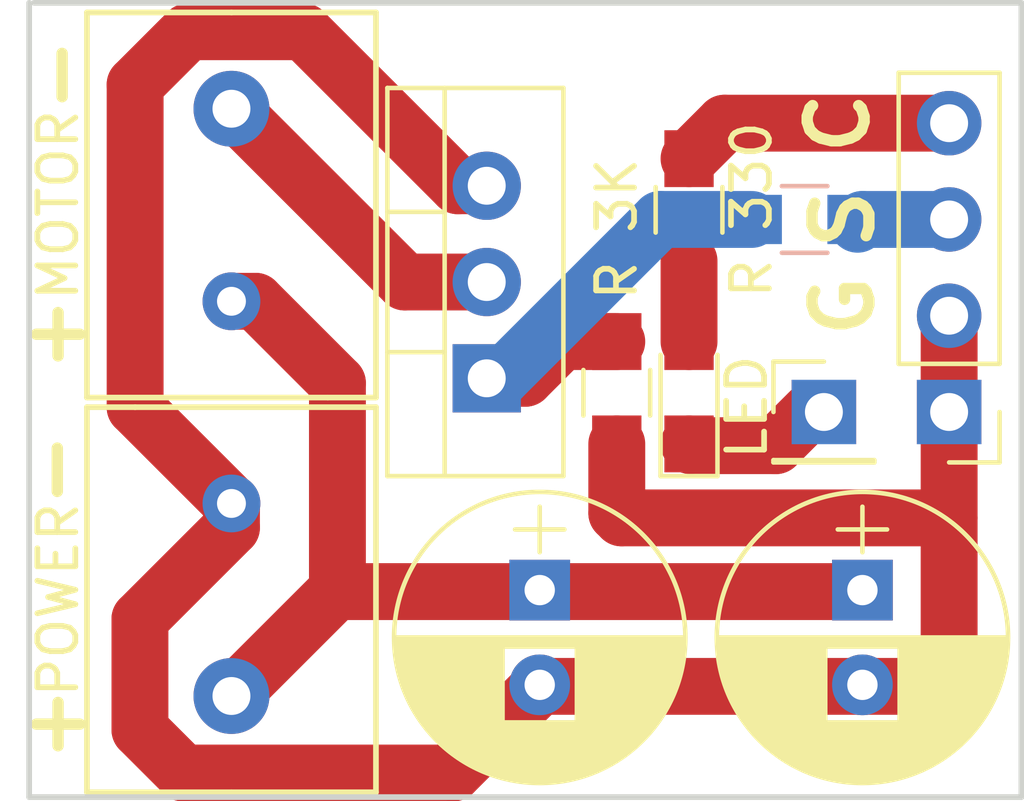
<source format=kicad_pcb>
(kicad_pcb (version 4) (host pcbnew 4.0.6)

  (general
    (links 16)
    (no_connects 0)
    (area 127.705 97.982999 157.92 119.441002)
    (thickness 1.6)
    (drawings 11)
    (tracks 44)
    (zones 0)
    (modules 11)
    (nets 9)
  )

  (page A4)
  (layers
    (0 F.Cu signal)
    (31 B.Cu signal)
    (32 B.Adhes user)
    (33 F.Adhes user)
    (34 B.Paste user)
    (35 F.Paste user)
    (36 B.SilkS user)
    (37 F.SilkS user)
    (38 B.Mask user)
    (39 F.Mask user)
    (40 Dwgs.User user)
    (41 Cmts.User user)
    (42 Eco1.User user)
    (43 Eco2.User user)
    (44 Edge.Cuts user)
    (45 Margin user)
    (46 B.CrtYd user)
    (47 F.CrtYd user)
    (48 B.Fab user)
    (49 F.Fab user)
  )

  (setup
    (last_trace_width 1.5)
    (trace_clearance 0.2)
    (zone_clearance 0.508)
    (zone_45_only yes)
    (trace_min 1.5)
    (segment_width 0.2)
    (edge_width 0.15)
    (via_size 0.6)
    (via_drill 0.4)
    (via_min_size 0.4)
    (via_min_drill 0.3)
    (uvia_size 0.3)
    (uvia_drill 0.1)
    (uvias_allowed no)
    (uvia_min_size 0.2)
    (uvia_min_drill 0.1)
    (pcb_text_width 0.3)
    (pcb_text_size 1.5 1.5)
    (mod_edge_width 0.15)
    (mod_text_size 1 1)
    (mod_text_width 0.15)
    (pad_size 1.524 1.524)
    (pad_drill 0.762)
    (pad_to_mask_clearance 0.2)
    (aux_axis_origin 0 0)
    (visible_elements 7FFFFFFF)
    (pcbplotparams
      (layerselection 0x3103c_80000001)
      (usegerberextensions false)
      (excludeedgelayer true)
      (linewidth 0.100000)
      (plotframeref false)
      (viasonmask false)
      (mode 1)
      (useauxorigin false)
      (hpglpennumber 1)
      (hpglpenspeed 20)
      (hpglpendiameter 15)
      (hpglpenoverlay 2)
      (psnegative false)
      (psa4output false)
      (plotreference true)
      (plotvalue true)
      (plotinvisibletext false)
      (padsonsilk false)
      (subtractmaskfromsilk false)
      (outputformat 1)
      (mirror false)
      (drillshape 0)
      (scaleselection 1)
      (outputdirectory ""))
  )

  (net 0 "")
  (net 1 GND)
  (net 2 +12V)
  (net 3 "Net-(D1-Pad1)")
  (net 4 "Net-(D1-Pad2)")
  (net 5 "Net-(J2-Pad4)")
  (net 6 "Net-(J4-Pad1)")
  (net 7 "Net-(D2-Pad1)")
  (net 8 "Net-(D2-Pad2)")

  (net_class Default "This is the default net class."
    (clearance 0.2)
    (trace_width 1.5)
    (via_dia 0.6)
    (via_drill 0.4)
    (uvia_dia 0.3)
    (uvia_drill 0.1)
    (add_net +12V)
    (add_net GND)
    (add_net "Net-(D1-Pad1)")
    (add_net "Net-(D1-Pad2)")
    (add_net "Net-(D2-Pad1)")
    (add_net "Net-(D2-Pad2)")
    (add_net "Net-(J2-Pad4)")
    (add_net "Net-(J4-Pad1)")
  )

  (module Capacitors_THT:CP_Radial_D7.5mm_P2.50mm (layer F.Cu) (tedit 5A2D93F2) (tstamp 5A2D8572)
    (at 150.241 113.665 270)
    (descr "CP, Radial series, Radial, pin pitch=2.50mm, , diameter=7.5mm, Electrolytic Capacitor")
    (tags "CP Radial series Radial pin pitch 2.50mm  diameter 7.5mm Electrolytic Capacitor")
    (path /5A2C01FF)
    (fp_text reference C1 (at 1.25 -5.06 270) (layer F.SilkS) hide
      (effects (font (size 1 1) (thickness 0.15)))
    )
    (fp_text value C (at 1.25 5.06 270) (layer F.Fab) hide
      (effects (font (size 1 1) (thickness 0.15)))
    )
    (fp_circle (center 1.25 0) (end 5 0) (layer F.Fab) (width 0.1))
    (fp_circle (center 1.25 0) (end 5.09 0) (layer F.SilkS) (width 0.12))
    (fp_line (start -2.2 0) (end -1 0) (layer F.Fab) (width 0.1))
    (fp_line (start -1.6 -0.65) (end -1.6 0.65) (layer F.Fab) (width 0.1))
    (fp_line (start 1.25 -3.8) (end 1.25 3.8) (layer F.SilkS) (width 0.12))
    (fp_line (start 1.29 -3.8) (end 1.29 3.8) (layer F.SilkS) (width 0.12))
    (fp_line (start 1.33 -3.8) (end 1.33 3.8) (layer F.SilkS) (width 0.12))
    (fp_line (start 1.37 -3.799) (end 1.37 3.799) (layer F.SilkS) (width 0.12))
    (fp_line (start 1.41 -3.797) (end 1.41 3.797) (layer F.SilkS) (width 0.12))
    (fp_line (start 1.45 -3.795) (end 1.45 3.795) (layer F.SilkS) (width 0.12))
    (fp_line (start 1.49 -3.793) (end 1.49 3.793) (layer F.SilkS) (width 0.12))
    (fp_line (start 1.53 -3.79) (end 1.53 -0.98) (layer F.SilkS) (width 0.12))
    (fp_line (start 1.53 0.98) (end 1.53 3.79) (layer F.SilkS) (width 0.12))
    (fp_line (start 1.57 -3.787) (end 1.57 -0.98) (layer F.SilkS) (width 0.12))
    (fp_line (start 1.57 0.98) (end 1.57 3.787) (layer F.SilkS) (width 0.12))
    (fp_line (start 1.61 -3.784) (end 1.61 -0.98) (layer F.SilkS) (width 0.12))
    (fp_line (start 1.61 0.98) (end 1.61 3.784) (layer F.SilkS) (width 0.12))
    (fp_line (start 1.65 -3.78) (end 1.65 -0.98) (layer F.SilkS) (width 0.12))
    (fp_line (start 1.65 0.98) (end 1.65 3.78) (layer F.SilkS) (width 0.12))
    (fp_line (start 1.69 -3.775) (end 1.69 -0.98) (layer F.SilkS) (width 0.12))
    (fp_line (start 1.69 0.98) (end 1.69 3.775) (layer F.SilkS) (width 0.12))
    (fp_line (start 1.73 -3.77) (end 1.73 -0.98) (layer F.SilkS) (width 0.12))
    (fp_line (start 1.73 0.98) (end 1.73 3.77) (layer F.SilkS) (width 0.12))
    (fp_line (start 1.77 -3.765) (end 1.77 -0.98) (layer F.SilkS) (width 0.12))
    (fp_line (start 1.77 0.98) (end 1.77 3.765) (layer F.SilkS) (width 0.12))
    (fp_line (start 1.81 -3.759) (end 1.81 -0.98) (layer F.SilkS) (width 0.12))
    (fp_line (start 1.81 0.98) (end 1.81 3.759) (layer F.SilkS) (width 0.12))
    (fp_line (start 1.85 -3.753) (end 1.85 -0.98) (layer F.SilkS) (width 0.12))
    (fp_line (start 1.85 0.98) (end 1.85 3.753) (layer F.SilkS) (width 0.12))
    (fp_line (start 1.89 -3.747) (end 1.89 -0.98) (layer F.SilkS) (width 0.12))
    (fp_line (start 1.89 0.98) (end 1.89 3.747) (layer F.SilkS) (width 0.12))
    (fp_line (start 1.93 -3.74) (end 1.93 -0.98) (layer F.SilkS) (width 0.12))
    (fp_line (start 1.93 0.98) (end 1.93 3.74) (layer F.SilkS) (width 0.12))
    (fp_line (start 1.971 -3.732) (end 1.971 -0.98) (layer F.SilkS) (width 0.12))
    (fp_line (start 1.971 0.98) (end 1.971 3.732) (layer F.SilkS) (width 0.12))
    (fp_line (start 2.011 -3.725) (end 2.011 -0.98) (layer F.SilkS) (width 0.12))
    (fp_line (start 2.011 0.98) (end 2.011 3.725) (layer F.SilkS) (width 0.12))
    (fp_line (start 2.051 -3.716) (end 2.051 -0.98) (layer F.SilkS) (width 0.12))
    (fp_line (start 2.051 0.98) (end 2.051 3.716) (layer F.SilkS) (width 0.12))
    (fp_line (start 2.091 -3.707) (end 2.091 -0.98) (layer F.SilkS) (width 0.12))
    (fp_line (start 2.091 0.98) (end 2.091 3.707) (layer F.SilkS) (width 0.12))
    (fp_line (start 2.131 -3.698) (end 2.131 -0.98) (layer F.SilkS) (width 0.12))
    (fp_line (start 2.131 0.98) (end 2.131 3.698) (layer F.SilkS) (width 0.12))
    (fp_line (start 2.171 -3.689) (end 2.171 -0.98) (layer F.SilkS) (width 0.12))
    (fp_line (start 2.171 0.98) (end 2.171 3.689) (layer F.SilkS) (width 0.12))
    (fp_line (start 2.211 -3.679) (end 2.211 -0.98) (layer F.SilkS) (width 0.12))
    (fp_line (start 2.211 0.98) (end 2.211 3.679) (layer F.SilkS) (width 0.12))
    (fp_line (start 2.251 -3.668) (end 2.251 -0.98) (layer F.SilkS) (width 0.12))
    (fp_line (start 2.251 0.98) (end 2.251 3.668) (layer F.SilkS) (width 0.12))
    (fp_line (start 2.291 -3.657) (end 2.291 -0.98) (layer F.SilkS) (width 0.12))
    (fp_line (start 2.291 0.98) (end 2.291 3.657) (layer F.SilkS) (width 0.12))
    (fp_line (start 2.331 -3.645) (end 2.331 -0.98) (layer F.SilkS) (width 0.12))
    (fp_line (start 2.331 0.98) (end 2.331 3.645) (layer F.SilkS) (width 0.12))
    (fp_line (start 2.371 -3.634) (end 2.371 -0.98) (layer F.SilkS) (width 0.12))
    (fp_line (start 2.371 0.98) (end 2.371 3.634) (layer F.SilkS) (width 0.12))
    (fp_line (start 2.411 -3.621) (end 2.411 -0.98) (layer F.SilkS) (width 0.12))
    (fp_line (start 2.411 0.98) (end 2.411 3.621) (layer F.SilkS) (width 0.12))
    (fp_line (start 2.451 -3.608) (end 2.451 -0.98) (layer F.SilkS) (width 0.12))
    (fp_line (start 2.451 0.98) (end 2.451 3.608) (layer F.SilkS) (width 0.12))
    (fp_line (start 2.491 -3.595) (end 2.491 -0.98) (layer F.SilkS) (width 0.12))
    (fp_line (start 2.491 0.98) (end 2.491 3.595) (layer F.SilkS) (width 0.12))
    (fp_line (start 2.531 -3.581) (end 2.531 -0.98) (layer F.SilkS) (width 0.12))
    (fp_line (start 2.531 0.98) (end 2.531 3.581) (layer F.SilkS) (width 0.12))
    (fp_line (start 2.571 -3.566) (end 2.571 -0.98) (layer F.SilkS) (width 0.12))
    (fp_line (start 2.571 0.98) (end 2.571 3.566) (layer F.SilkS) (width 0.12))
    (fp_line (start 2.611 -3.552) (end 2.611 -0.98) (layer F.SilkS) (width 0.12))
    (fp_line (start 2.611 0.98) (end 2.611 3.552) (layer F.SilkS) (width 0.12))
    (fp_line (start 2.651 -3.536) (end 2.651 -0.98) (layer F.SilkS) (width 0.12))
    (fp_line (start 2.651 0.98) (end 2.651 3.536) (layer F.SilkS) (width 0.12))
    (fp_line (start 2.691 -3.52) (end 2.691 -0.98) (layer F.SilkS) (width 0.12))
    (fp_line (start 2.691 0.98) (end 2.691 3.52) (layer F.SilkS) (width 0.12))
    (fp_line (start 2.731 -3.504) (end 2.731 -0.98) (layer F.SilkS) (width 0.12))
    (fp_line (start 2.731 0.98) (end 2.731 3.504) (layer F.SilkS) (width 0.12))
    (fp_line (start 2.771 -3.487) (end 2.771 -0.98) (layer F.SilkS) (width 0.12))
    (fp_line (start 2.771 0.98) (end 2.771 3.487) (layer F.SilkS) (width 0.12))
    (fp_line (start 2.811 -3.469) (end 2.811 -0.98) (layer F.SilkS) (width 0.12))
    (fp_line (start 2.811 0.98) (end 2.811 3.469) (layer F.SilkS) (width 0.12))
    (fp_line (start 2.851 -3.451) (end 2.851 -0.98) (layer F.SilkS) (width 0.12))
    (fp_line (start 2.851 0.98) (end 2.851 3.451) (layer F.SilkS) (width 0.12))
    (fp_line (start 2.891 -3.433) (end 2.891 -0.98) (layer F.SilkS) (width 0.12))
    (fp_line (start 2.891 0.98) (end 2.891 3.433) (layer F.SilkS) (width 0.12))
    (fp_line (start 2.931 -3.413) (end 2.931 -0.98) (layer F.SilkS) (width 0.12))
    (fp_line (start 2.931 0.98) (end 2.931 3.413) (layer F.SilkS) (width 0.12))
    (fp_line (start 2.971 -3.394) (end 2.971 -0.98) (layer F.SilkS) (width 0.12))
    (fp_line (start 2.971 0.98) (end 2.971 3.394) (layer F.SilkS) (width 0.12))
    (fp_line (start 3.011 -3.373) (end 3.011 -0.98) (layer F.SilkS) (width 0.12))
    (fp_line (start 3.011 0.98) (end 3.011 3.373) (layer F.SilkS) (width 0.12))
    (fp_line (start 3.051 -3.352) (end 3.051 -0.98) (layer F.SilkS) (width 0.12))
    (fp_line (start 3.051 0.98) (end 3.051 3.352) (layer F.SilkS) (width 0.12))
    (fp_line (start 3.091 -3.331) (end 3.091 -0.98) (layer F.SilkS) (width 0.12))
    (fp_line (start 3.091 0.98) (end 3.091 3.331) (layer F.SilkS) (width 0.12))
    (fp_line (start 3.131 -3.309) (end 3.131 -0.98) (layer F.SilkS) (width 0.12))
    (fp_line (start 3.131 0.98) (end 3.131 3.309) (layer F.SilkS) (width 0.12))
    (fp_line (start 3.171 -3.286) (end 3.171 -0.98) (layer F.SilkS) (width 0.12))
    (fp_line (start 3.171 0.98) (end 3.171 3.286) (layer F.SilkS) (width 0.12))
    (fp_line (start 3.211 -3.263) (end 3.211 -0.98) (layer F.SilkS) (width 0.12))
    (fp_line (start 3.211 0.98) (end 3.211 3.263) (layer F.SilkS) (width 0.12))
    (fp_line (start 3.251 -3.239) (end 3.251 -0.98) (layer F.SilkS) (width 0.12))
    (fp_line (start 3.251 0.98) (end 3.251 3.239) (layer F.SilkS) (width 0.12))
    (fp_line (start 3.291 -3.214) (end 3.291 -0.98) (layer F.SilkS) (width 0.12))
    (fp_line (start 3.291 0.98) (end 3.291 3.214) (layer F.SilkS) (width 0.12))
    (fp_line (start 3.331 -3.188) (end 3.331 -0.98) (layer F.SilkS) (width 0.12))
    (fp_line (start 3.331 0.98) (end 3.331 3.188) (layer F.SilkS) (width 0.12))
    (fp_line (start 3.371 -3.162) (end 3.371 -0.98) (layer F.SilkS) (width 0.12))
    (fp_line (start 3.371 0.98) (end 3.371 3.162) (layer F.SilkS) (width 0.12))
    (fp_line (start 3.411 -3.135) (end 3.411 -0.98) (layer F.SilkS) (width 0.12))
    (fp_line (start 3.411 0.98) (end 3.411 3.135) (layer F.SilkS) (width 0.12))
    (fp_line (start 3.451 -3.108) (end 3.451 -0.98) (layer F.SilkS) (width 0.12))
    (fp_line (start 3.451 0.98) (end 3.451 3.108) (layer F.SilkS) (width 0.12))
    (fp_line (start 3.491 -3.079) (end 3.491 3.079) (layer F.SilkS) (width 0.12))
    (fp_line (start 3.531 -3.05) (end 3.531 3.05) (layer F.SilkS) (width 0.12))
    (fp_line (start 3.571 -3.02) (end 3.571 3.02) (layer F.SilkS) (width 0.12))
    (fp_line (start 3.611 -2.99) (end 3.611 2.99) (layer F.SilkS) (width 0.12))
    (fp_line (start 3.651 -2.958) (end 3.651 2.958) (layer F.SilkS) (width 0.12))
    (fp_line (start 3.691 -2.926) (end 3.691 2.926) (layer F.SilkS) (width 0.12))
    (fp_line (start 3.731 -2.892) (end 3.731 2.892) (layer F.SilkS) (width 0.12))
    (fp_line (start 3.771 -2.858) (end 3.771 2.858) (layer F.SilkS) (width 0.12))
    (fp_line (start 3.811 -2.823) (end 3.811 2.823) (layer F.SilkS) (width 0.12))
    (fp_line (start 3.851 -2.786) (end 3.851 2.786) (layer F.SilkS) (width 0.12))
    (fp_line (start 3.891 -2.749) (end 3.891 2.749) (layer F.SilkS) (width 0.12))
    (fp_line (start 3.931 -2.711) (end 3.931 2.711) (layer F.SilkS) (width 0.12))
    (fp_line (start 3.971 -2.671) (end 3.971 2.671) (layer F.SilkS) (width 0.12))
    (fp_line (start 4.011 -2.63) (end 4.011 2.63) (layer F.SilkS) (width 0.12))
    (fp_line (start 4.051 -2.588) (end 4.051 2.588) (layer F.SilkS) (width 0.12))
    (fp_line (start 4.091 -2.545) (end 4.091 2.545) (layer F.SilkS) (width 0.12))
    (fp_line (start 4.131 -2.5) (end 4.131 2.5) (layer F.SilkS) (width 0.12))
    (fp_line (start 4.171 -2.454) (end 4.171 2.454) (layer F.SilkS) (width 0.12))
    (fp_line (start 4.211 -2.407) (end 4.211 2.407) (layer F.SilkS) (width 0.12))
    (fp_line (start 4.251 -2.357) (end 4.251 2.357) (layer F.SilkS) (width 0.12))
    (fp_line (start 4.291 -2.307) (end 4.291 2.307) (layer F.SilkS) (width 0.12))
    (fp_line (start 4.331 -2.254) (end 4.331 2.254) (layer F.SilkS) (width 0.12))
    (fp_line (start 4.371 -2.199) (end 4.371 2.199) (layer F.SilkS) (width 0.12))
    (fp_line (start 4.411 -2.142) (end 4.411 2.142) (layer F.SilkS) (width 0.12))
    (fp_line (start 4.451 -2.083) (end 4.451 2.083) (layer F.SilkS) (width 0.12))
    (fp_line (start 4.491 -2.022) (end 4.491 2.022) (layer F.SilkS) (width 0.12))
    (fp_line (start 4.531 -1.957) (end 4.531 1.957) (layer F.SilkS) (width 0.12))
    (fp_line (start 4.571 -1.89) (end 4.571 1.89) (layer F.SilkS) (width 0.12))
    (fp_line (start 4.611 -1.82) (end 4.611 1.82) (layer F.SilkS) (width 0.12))
    (fp_line (start 4.651 -1.745) (end 4.651 1.745) (layer F.SilkS) (width 0.12))
    (fp_line (start 4.691 -1.667) (end 4.691 1.667) (layer F.SilkS) (width 0.12))
    (fp_line (start 4.731 -1.584) (end 4.731 1.584) (layer F.SilkS) (width 0.12))
    (fp_line (start 4.771 -1.495) (end 4.771 1.495) (layer F.SilkS) (width 0.12))
    (fp_line (start 4.811 -1.4) (end 4.811 1.4) (layer F.SilkS) (width 0.12))
    (fp_line (start 4.851 -1.297) (end 4.851 1.297) (layer F.SilkS) (width 0.12))
    (fp_line (start 4.891 -1.184) (end 4.891 1.184) (layer F.SilkS) (width 0.12))
    (fp_line (start 4.931 -1.057) (end 4.931 1.057) (layer F.SilkS) (width 0.12))
    (fp_line (start 4.971 -0.913) (end 4.971 0.913) (layer F.SilkS) (width 0.12))
    (fp_line (start 5.011 -0.74) (end 5.011 0.74) (layer F.SilkS) (width 0.12))
    (fp_line (start 5.051 -0.513) (end 5.051 0.513) (layer F.SilkS) (width 0.12))
    (fp_line (start -2.2 0) (end -1 0) (layer F.SilkS) (width 0.12))
    (fp_line (start -1.6 -0.65) (end -1.6 0.65) (layer F.SilkS) (width 0.12))
    (fp_line (start -2.85 -4.1) (end -2.85 4.1) (layer F.CrtYd) (width 0.05))
    (fp_line (start -2.85 4.1) (end 5.35 4.1) (layer F.CrtYd) (width 0.05))
    (fp_line (start 5.35 4.1) (end 5.35 -4.1) (layer F.CrtYd) (width 0.05))
    (fp_line (start 5.35 -4.1) (end -2.85 -4.1) (layer F.CrtYd) (width 0.05))
    (fp_text user %R (at 1.25 0 270) (layer F.Fab) hide
      (effects (font (size 1 1) (thickness 0.15)))
    )
    (pad 1 thru_hole rect (at 0 0 270) (size 1.6 1.6) (drill 0.8) (layers *.Cu *.Mask)
      (net 2 +12V))
    (pad 2 thru_hole circle (at 2.5 0 270) (size 1.6 1.6) (drill 0.8) (layers *.Cu *.Mask)
      (net 1 GND))
    (model ${KISYS3DMOD}/Capacitors_THT.3dshapes/CP_Radial_D7.5mm_P2.50mm.wrl
      (at (xyz 0 0 0))
      (scale (xyz 1 1 1))
      (rotate (xyz 0 0 0))
    )
  )

  (module Capacitors_THT:CP_Radial_D7.5mm_P2.50mm (layer F.Cu) (tedit 5A2D93F6) (tstamp 5A2D8614)
    (at 141.732 113.665 270)
    (descr "CP, Radial series, Radial, pin pitch=2.50mm, , diameter=7.5mm, Electrolytic Capacitor")
    (tags "CP Radial series Radial pin pitch 2.50mm  diameter 7.5mm Electrolytic Capacitor")
    (path /5A2C01AD)
    (fp_text reference C2 (at 1.25 -5.06 270) (layer F.SilkS) hide
      (effects (font (size 1 1) (thickness 0.15)))
    )
    (fp_text value C (at 1.25 5.06 270) (layer F.Fab) hide
      (effects (font (size 1 1) (thickness 0.15)))
    )
    (fp_circle (center 1.25 0) (end 5 0) (layer F.Fab) (width 0.1))
    (fp_circle (center 1.25 0) (end 5.09 0) (layer F.SilkS) (width 0.12))
    (fp_line (start -2.2 0) (end -1 0) (layer F.Fab) (width 0.1))
    (fp_line (start -1.6 -0.65) (end -1.6 0.65) (layer F.Fab) (width 0.1))
    (fp_line (start 1.25 -3.8) (end 1.25 3.8) (layer F.SilkS) (width 0.12))
    (fp_line (start 1.29 -3.8) (end 1.29 3.8) (layer F.SilkS) (width 0.12))
    (fp_line (start 1.33 -3.8) (end 1.33 3.8) (layer F.SilkS) (width 0.12))
    (fp_line (start 1.37 -3.799) (end 1.37 3.799) (layer F.SilkS) (width 0.12))
    (fp_line (start 1.41 -3.797) (end 1.41 3.797) (layer F.SilkS) (width 0.12))
    (fp_line (start 1.45 -3.795) (end 1.45 3.795) (layer F.SilkS) (width 0.12))
    (fp_line (start 1.49 -3.793) (end 1.49 3.793) (layer F.SilkS) (width 0.12))
    (fp_line (start 1.53 -3.79) (end 1.53 -0.98) (layer F.SilkS) (width 0.12))
    (fp_line (start 1.53 0.98) (end 1.53 3.79) (layer F.SilkS) (width 0.12))
    (fp_line (start 1.57 -3.787) (end 1.57 -0.98) (layer F.SilkS) (width 0.12))
    (fp_line (start 1.57 0.98) (end 1.57 3.787) (layer F.SilkS) (width 0.12))
    (fp_line (start 1.61 -3.784) (end 1.61 -0.98) (layer F.SilkS) (width 0.12))
    (fp_line (start 1.61 0.98) (end 1.61 3.784) (layer F.SilkS) (width 0.12))
    (fp_line (start 1.65 -3.78) (end 1.65 -0.98) (layer F.SilkS) (width 0.12))
    (fp_line (start 1.65 0.98) (end 1.65 3.78) (layer F.SilkS) (width 0.12))
    (fp_line (start 1.69 -3.775) (end 1.69 -0.98) (layer F.SilkS) (width 0.12))
    (fp_line (start 1.69 0.98) (end 1.69 3.775) (layer F.SilkS) (width 0.12))
    (fp_line (start 1.73 -3.77) (end 1.73 -0.98) (layer F.SilkS) (width 0.12))
    (fp_line (start 1.73 0.98) (end 1.73 3.77) (layer F.SilkS) (width 0.12))
    (fp_line (start 1.77 -3.765) (end 1.77 -0.98) (layer F.SilkS) (width 0.12))
    (fp_line (start 1.77 0.98) (end 1.77 3.765) (layer F.SilkS) (width 0.12))
    (fp_line (start 1.81 -3.759) (end 1.81 -0.98) (layer F.SilkS) (width 0.12))
    (fp_line (start 1.81 0.98) (end 1.81 3.759) (layer F.SilkS) (width 0.12))
    (fp_line (start 1.85 -3.753) (end 1.85 -0.98) (layer F.SilkS) (width 0.12))
    (fp_line (start 1.85 0.98) (end 1.85 3.753) (layer F.SilkS) (width 0.12))
    (fp_line (start 1.89 -3.747) (end 1.89 -0.98) (layer F.SilkS) (width 0.12))
    (fp_line (start 1.89 0.98) (end 1.89 3.747) (layer F.SilkS) (width 0.12))
    (fp_line (start 1.93 -3.74) (end 1.93 -0.98) (layer F.SilkS) (width 0.12))
    (fp_line (start 1.93 0.98) (end 1.93 3.74) (layer F.SilkS) (width 0.12))
    (fp_line (start 1.971 -3.732) (end 1.971 -0.98) (layer F.SilkS) (width 0.12))
    (fp_line (start 1.971 0.98) (end 1.971 3.732) (layer F.SilkS) (width 0.12))
    (fp_line (start 2.011 -3.725) (end 2.011 -0.98) (layer F.SilkS) (width 0.12))
    (fp_line (start 2.011 0.98) (end 2.011 3.725) (layer F.SilkS) (width 0.12))
    (fp_line (start 2.051 -3.716) (end 2.051 -0.98) (layer F.SilkS) (width 0.12))
    (fp_line (start 2.051 0.98) (end 2.051 3.716) (layer F.SilkS) (width 0.12))
    (fp_line (start 2.091 -3.707) (end 2.091 -0.98) (layer F.SilkS) (width 0.12))
    (fp_line (start 2.091 0.98) (end 2.091 3.707) (layer F.SilkS) (width 0.12))
    (fp_line (start 2.131 -3.698) (end 2.131 -0.98) (layer F.SilkS) (width 0.12))
    (fp_line (start 2.131 0.98) (end 2.131 3.698) (layer F.SilkS) (width 0.12))
    (fp_line (start 2.171 -3.689) (end 2.171 -0.98) (layer F.SilkS) (width 0.12))
    (fp_line (start 2.171 0.98) (end 2.171 3.689) (layer F.SilkS) (width 0.12))
    (fp_line (start 2.211 -3.679) (end 2.211 -0.98) (layer F.SilkS) (width 0.12))
    (fp_line (start 2.211 0.98) (end 2.211 3.679) (layer F.SilkS) (width 0.12))
    (fp_line (start 2.251 -3.668) (end 2.251 -0.98) (layer F.SilkS) (width 0.12))
    (fp_line (start 2.251 0.98) (end 2.251 3.668) (layer F.SilkS) (width 0.12))
    (fp_line (start 2.291 -3.657) (end 2.291 -0.98) (layer F.SilkS) (width 0.12))
    (fp_line (start 2.291 0.98) (end 2.291 3.657) (layer F.SilkS) (width 0.12))
    (fp_line (start 2.331 -3.645) (end 2.331 -0.98) (layer F.SilkS) (width 0.12))
    (fp_line (start 2.331 0.98) (end 2.331 3.645) (layer F.SilkS) (width 0.12))
    (fp_line (start 2.371 -3.634) (end 2.371 -0.98) (layer F.SilkS) (width 0.12))
    (fp_line (start 2.371 0.98) (end 2.371 3.634) (layer F.SilkS) (width 0.12))
    (fp_line (start 2.411 -3.621) (end 2.411 -0.98) (layer F.SilkS) (width 0.12))
    (fp_line (start 2.411 0.98) (end 2.411 3.621) (layer F.SilkS) (width 0.12))
    (fp_line (start 2.451 -3.608) (end 2.451 -0.98) (layer F.SilkS) (width 0.12))
    (fp_line (start 2.451 0.98) (end 2.451 3.608) (layer F.SilkS) (width 0.12))
    (fp_line (start 2.491 -3.595) (end 2.491 -0.98) (layer F.SilkS) (width 0.12))
    (fp_line (start 2.491 0.98) (end 2.491 3.595) (layer F.SilkS) (width 0.12))
    (fp_line (start 2.531 -3.581) (end 2.531 -0.98) (layer F.SilkS) (width 0.12))
    (fp_line (start 2.531 0.98) (end 2.531 3.581) (layer F.SilkS) (width 0.12))
    (fp_line (start 2.571 -3.566) (end 2.571 -0.98) (layer F.SilkS) (width 0.12))
    (fp_line (start 2.571 0.98) (end 2.571 3.566) (layer F.SilkS) (width 0.12))
    (fp_line (start 2.611 -3.552) (end 2.611 -0.98) (layer F.SilkS) (width 0.12))
    (fp_line (start 2.611 0.98) (end 2.611 3.552) (layer F.SilkS) (width 0.12))
    (fp_line (start 2.651 -3.536) (end 2.651 -0.98) (layer F.SilkS) (width 0.12))
    (fp_line (start 2.651 0.98) (end 2.651 3.536) (layer F.SilkS) (width 0.12))
    (fp_line (start 2.691 -3.52) (end 2.691 -0.98) (layer F.SilkS) (width 0.12))
    (fp_line (start 2.691 0.98) (end 2.691 3.52) (layer F.SilkS) (width 0.12))
    (fp_line (start 2.731 -3.504) (end 2.731 -0.98) (layer F.SilkS) (width 0.12))
    (fp_line (start 2.731 0.98) (end 2.731 3.504) (layer F.SilkS) (width 0.12))
    (fp_line (start 2.771 -3.487) (end 2.771 -0.98) (layer F.SilkS) (width 0.12))
    (fp_line (start 2.771 0.98) (end 2.771 3.487) (layer F.SilkS) (width 0.12))
    (fp_line (start 2.811 -3.469) (end 2.811 -0.98) (layer F.SilkS) (width 0.12))
    (fp_line (start 2.811 0.98) (end 2.811 3.469) (layer F.SilkS) (width 0.12))
    (fp_line (start 2.851 -3.451) (end 2.851 -0.98) (layer F.SilkS) (width 0.12))
    (fp_line (start 2.851 0.98) (end 2.851 3.451) (layer F.SilkS) (width 0.12))
    (fp_line (start 2.891 -3.433) (end 2.891 -0.98) (layer F.SilkS) (width 0.12))
    (fp_line (start 2.891 0.98) (end 2.891 3.433) (layer F.SilkS) (width 0.12))
    (fp_line (start 2.931 -3.413) (end 2.931 -0.98) (layer F.SilkS) (width 0.12))
    (fp_line (start 2.931 0.98) (end 2.931 3.413) (layer F.SilkS) (width 0.12))
    (fp_line (start 2.971 -3.394) (end 2.971 -0.98) (layer F.SilkS) (width 0.12))
    (fp_line (start 2.971 0.98) (end 2.971 3.394) (layer F.SilkS) (width 0.12))
    (fp_line (start 3.011 -3.373) (end 3.011 -0.98) (layer F.SilkS) (width 0.12))
    (fp_line (start 3.011 0.98) (end 3.011 3.373) (layer F.SilkS) (width 0.12))
    (fp_line (start 3.051 -3.352) (end 3.051 -0.98) (layer F.SilkS) (width 0.12))
    (fp_line (start 3.051 0.98) (end 3.051 3.352) (layer F.SilkS) (width 0.12))
    (fp_line (start 3.091 -3.331) (end 3.091 -0.98) (layer F.SilkS) (width 0.12))
    (fp_line (start 3.091 0.98) (end 3.091 3.331) (layer F.SilkS) (width 0.12))
    (fp_line (start 3.131 -3.309) (end 3.131 -0.98) (layer F.SilkS) (width 0.12))
    (fp_line (start 3.131 0.98) (end 3.131 3.309) (layer F.SilkS) (width 0.12))
    (fp_line (start 3.171 -3.286) (end 3.171 -0.98) (layer F.SilkS) (width 0.12))
    (fp_line (start 3.171 0.98) (end 3.171 3.286) (layer F.SilkS) (width 0.12))
    (fp_line (start 3.211 -3.263) (end 3.211 -0.98) (layer F.SilkS) (width 0.12))
    (fp_line (start 3.211 0.98) (end 3.211 3.263) (layer F.SilkS) (width 0.12))
    (fp_line (start 3.251 -3.239) (end 3.251 -0.98) (layer F.SilkS) (width 0.12))
    (fp_line (start 3.251 0.98) (end 3.251 3.239) (layer F.SilkS) (width 0.12))
    (fp_line (start 3.291 -3.214) (end 3.291 -0.98) (layer F.SilkS) (width 0.12))
    (fp_line (start 3.291 0.98) (end 3.291 3.214) (layer F.SilkS) (width 0.12))
    (fp_line (start 3.331 -3.188) (end 3.331 -0.98) (layer F.SilkS) (width 0.12))
    (fp_line (start 3.331 0.98) (end 3.331 3.188) (layer F.SilkS) (width 0.12))
    (fp_line (start 3.371 -3.162) (end 3.371 -0.98) (layer F.SilkS) (width 0.12))
    (fp_line (start 3.371 0.98) (end 3.371 3.162) (layer F.SilkS) (width 0.12))
    (fp_line (start 3.411 -3.135) (end 3.411 -0.98) (layer F.SilkS) (width 0.12))
    (fp_line (start 3.411 0.98) (end 3.411 3.135) (layer F.SilkS) (width 0.12))
    (fp_line (start 3.451 -3.108) (end 3.451 -0.98) (layer F.SilkS) (width 0.12))
    (fp_line (start 3.451 0.98) (end 3.451 3.108) (layer F.SilkS) (width 0.12))
    (fp_line (start 3.491 -3.079) (end 3.491 3.079) (layer F.SilkS) (width 0.12))
    (fp_line (start 3.531 -3.05) (end 3.531 3.05) (layer F.SilkS) (width 0.12))
    (fp_line (start 3.571 -3.02) (end 3.571 3.02) (layer F.SilkS) (width 0.12))
    (fp_line (start 3.611 -2.99) (end 3.611 2.99) (layer F.SilkS) (width 0.12))
    (fp_line (start 3.651 -2.958) (end 3.651 2.958) (layer F.SilkS) (width 0.12))
    (fp_line (start 3.691 -2.926) (end 3.691 2.926) (layer F.SilkS) (width 0.12))
    (fp_line (start 3.731 -2.892) (end 3.731 2.892) (layer F.SilkS) (width 0.12))
    (fp_line (start 3.771 -2.858) (end 3.771 2.858) (layer F.SilkS) (width 0.12))
    (fp_line (start 3.811 -2.823) (end 3.811 2.823) (layer F.SilkS) (width 0.12))
    (fp_line (start 3.851 -2.786) (end 3.851 2.786) (layer F.SilkS) (width 0.12))
    (fp_line (start 3.891 -2.749) (end 3.891 2.749) (layer F.SilkS) (width 0.12))
    (fp_line (start 3.931 -2.711) (end 3.931 2.711) (layer F.SilkS) (width 0.12))
    (fp_line (start 3.971 -2.671) (end 3.971 2.671) (layer F.SilkS) (width 0.12))
    (fp_line (start 4.011 -2.63) (end 4.011 2.63) (layer F.SilkS) (width 0.12))
    (fp_line (start 4.051 -2.588) (end 4.051 2.588) (layer F.SilkS) (width 0.12))
    (fp_line (start 4.091 -2.545) (end 4.091 2.545) (layer F.SilkS) (width 0.12))
    (fp_line (start 4.131 -2.5) (end 4.131 2.5) (layer F.SilkS) (width 0.12))
    (fp_line (start 4.171 -2.454) (end 4.171 2.454) (layer F.SilkS) (width 0.12))
    (fp_line (start 4.211 -2.407) (end 4.211 2.407) (layer F.SilkS) (width 0.12))
    (fp_line (start 4.251 -2.357) (end 4.251 2.357) (layer F.SilkS) (width 0.12))
    (fp_line (start 4.291 -2.307) (end 4.291 2.307) (layer F.SilkS) (width 0.12))
    (fp_line (start 4.331 -2.254) (end 4.331 2.254) (layer F.SilkS) (width 0.12))
    (fp_line (start 4.371 -2.199) (end 4.371 2.199) (layer F.SilkS) (width 0.12))
    (fp_line (start 4.411 -2.142) (end 4.411 2.142) (layer F.SilkS) (width 0.12))
    (fp_line (start 4.451 -2.083) (end 4.451 2.083) (layer F.SilkS) (width 0.12))
    (fp_line (start 4.491 -2.022) (end 4.491 2.022) (layer F.SilkS) (width 0.12))
    (fp_line (start 4.531 -1.957) (end 4.531 1.957) (layer F.SilkS) (width 0.12))
    (fp_line (start 4.571 -1.89) (end 4.571 1.89) (layer F.SilkS) (width 0.12))
    (fp_line (start 4.611 -1.82) (end 4.611 1.82) (layer F.SilkS) (width 0.12))
    (fp_line (start 4.651 -1.745) (end 4.651 1.745) (layer F.SilkS) (width 0.12))
    (fp_line (start 4.691 -1.667) (end 4.691 1.667) (layer F.SilkS) (width 0.12))
    (fp_line (start 4.731 -1.584) (end 4.731 1.584) (layer F.SilkS) (width 0.12))
    (fp_line (start 4.771 -1.495) (end 4.771 1.495) (layer F.SilkS) (width 0.12))
    (fp_line (start 4.811 -1.4) (end 4.811 1.4) (layer F.SilkS) (width 0.12))
    (fp_line (start 4.851 -1.297) (end 4.851 1.297) (layer F.SilkS) (width 0.12))
    (fp_line (start 4.891 -1.184) (end 4.891 1.184) (layer F.SilkS) (width 0.12))
    (fp_line (start 4.931 -1.057) (end 4.931 1.057) (layer F.SilkS) (width 0.12))
    (fp_line (start 4.971 -0.913) (end 4.971 0.913) (layer F.SilkS) (width 0.12))
    (fp_line (start 5.011 -0.74) (end 5.011 0.74) (layer F.SilkS) (width 0.12))
    (fp_line (start 5.051 -0.513) (end 5.051 0.513) (layer F.SilkS) (width 0.12))
    (fp_line (start -2.2 0) (end -1 0) (layer F.SilkS) (width 0.12))
    (fp_line (start -1.6 -0.65) (end -1.6 0.65) (layer F.SilkS) (width 0.12))
    (fp_line (start -2.85 -4.1) (end -2.85 4.1) (layer F.CrtYd) (width 0.05))
    (fp_line (start -2.85 4.1) (end 5.35 4.1) (layer F.CrtYd) (width 0.05))
    (fp_line (start 5.35 4.1) (end 5.35 -4.1) (layer F.CrtYd) (width 0.05))
    (fp_line (start 5.35 -4.1) (end -2.85 -4.1) (layer F.CrtYd) (width 0.05))
    (fp_text user %R (at 1.25 0 270) (layer F.Fab) hide
      (effects (font (size 1 1) (thickness 0.15)))
    )
    (pad 1 thru_hole rect (at 0 0 270) (size 1.6 1.6) (drill 0.8) (layers *.Cu *.Mask)
      (net 2 +12V))
    (pad 2 thru_hole circle (at 2.5 0 270) (size 1.6 1.6) (drill 0.8) (layers *.Cu *.Mask)
      (net 1 GND))
    (model ${KISYS3DMOD}/Capacitors_THT.3dshapes/CP_Radial_D7.5mm_P2.50mm.wrl
      (at (xyz 0 0 0))
      (scale (xyz 1 1 1))
      (rotate (xyz 0 0 0))
    )
  )

  (module LEDs:LED_0805_HandSoldering (layer F.Cu) (tedit 5A2D942F) (tstamp 5A2D8629)
    (at 145.669 108.458 90)
    (descr "Resistor SMD 0805, hand soldering")
    (tags "resistor 0805")
    (path /5A2C1EF8)
    (attr smd)
    (fp_text reference D1 (at -2.921 0 180) (layer F.SilkS) hide
      (effects (font (size 1 1) (thickness 0.15)))
    )
    (fp_text value LED (at -0.381 1.524 90) (layer F.SilkS)
      (effects (font (size 1 1) (thickness 0.15)))
    )
    (fp_line (start -0.4 -0.4) (end -0.4 0.4) (layer F.Fab) (width 0.1))
    (fp_line (start -0.4 0) (end 0.2 -0.4) (layer F.Fab) (width 0.1))
    (fp_line (start 0.2 0.4) (end -0.4 0) (layer F.Fab) (width 0.1))
    (fp_line (start 0.2 -0.4) (end 0.2 0.4) (layer F.Fab) (width 0.1))
    (fp_line (start -1 0.62) (end -1 -0.62) (layer F.Fab) (width 0.1))
    (fp_line (start 1 0.62) (end -1 0.62) (layer F.Fab) (width 0.1))
    (fp_line (start 1 -0.62) (end 1 0.62) (layer F.Fab) (width 0.1))
    (fp_line (start -1 -0.62) (end 1 -0.62) (layer F.Fab) (width 0.1))
    (fp_line (start 1 0.75) (end -2.2 0.75) (layer F.SilkS) (width 0.12))
    (fp_line (start -2.2 -0.75) (end 1 -0.75) (layer F.SilkS) (width 0.12))
    (fp_line (start -2.35 -0.9) (end 2.35 -0.9) (layer F.CrtYd) (width 0.05))
    (fp_line (start -2.35 -0.9) (end -2.35 0.9) (layer F.CrtYd) (width 0.05))
    (fp_line (start 2.35 0.9) (end 2.35 -0.9) (layer F.CrtYd) (width 0.05))
    (fp_line (start 2.35 0.9) (end -2.35 0.9) (layer F.CrtYd) (width 0.05))
    (fp_line (start -2.2 -0.75) (end -2.2 0.75) (layer F.SilkS) (width 0.12))
    (pad 1 smd rect (at -1.35 0 90) (size 1.5 1.3) (layers F.Cu F.Paste F.Mask)
      (net 3 "Net-(D1-Pad1)"))
    (pad 2 smd rect (at 1.35 0 90) (size 1.5 1.3) (layers F.Cu F.Paste F.Mask)
      (net 4 "Net-(D1-Pad2)"))
    (model ${KISYS3DMOD}/LEDs.3dshapes/LED_0805.wrl
      (at (xyz 0 0 0))
      (scale (xyz 1 1 1))
      (rotate (xyz 0 0 0))
    )
  )

  (module library:screw-terminal-01x02 (layer F.Cu) (tedit 5A2D93C2) (tstamp 5A2D8635)
    (at 133.604 113.919 180)
    (path /5A2BFF50)
    (fp_text reference J1 (at 0 6.35 180) (layer F.SilkS) hide
      (effects (font (size 1 1) (thickness 0.15)))
    )
    (fp_text value POWER (at 4.572 0 270) (layer F.SilkS)
      (effects (font (size 1 1) (thickness 0.15)))
    )
    (fp_line (start 0 -5.08) (end -3.81 -5.08) (layer F.SilkS) (width 0.15))
    (fp_line (start -3.81 -5.08) (end -3.81 5.08) (layer F.SilkS) (width 0.15))
    (fp_line (start -3.81 5.08) (end 2.54 5.08) (layer F.SilkS) (width 0.15))
    (fp_line (start 2.54 5.08) (end 3.81 5.08) (layer F.SilkS) (width 0.15))
    (fp_line (start 3.81 5.08) (end 3.81 -5.08) (layer F.SilkS) (width 0.15))
    (fp_line (start 3.81 -5.08) (end 0 -5.08) (layer F.SilkS) (width 0.15))
    (pad 1 thru_hole circle (at 0 -2.54 180) (size 2 2) (drill 1) (layers *.Cu *.Mask)
      (net 2 +12V))
    (pad 2 thru_hole circle (at 0 2.54 180) (size 1.524 1.524) (drill 0.762) (layers *.Cu *.Mask)
      (net 1 GND))
  )

  (module Pin_Headers:Pin_Header_Straight_1x04_Pitch2.54mm (layer F.Cu) (tedit 5A2D8643) (tstamp 5A2D864D)
    (at 152.527 108.966 180)
    (descr "Through hole straight pin header, 1x04, 2.54mm pitch, single row")
    (tags "Through hole pin header THT 1x04 2.54mm single row")
    (path /5A2BFD4A)
    (fp_text reference J2 (at 0 -2.33 180) (layer F.SilkS) hide
      (effects (font (size 1 1) (thickness 0.15)))
    )
    (fp_text value CONTROL (at -2.794 5.08 270) (layer F.Fab) hide
      (effects (font (size 1 1) (thickness 0.15)))
    )
    (fp_line (start -0.635 -1.27) (end 1.27 -1.27) (layer F.Fab) (width 0.1))
    (fp_line (start 1.27 -1.27) (end 1.27 8.89) (layer F.Fab) (width 0.1))
    (fp_line (start 1.27 8.89) (end -1.27 8.89) (layer F.Fab) (width 0.1))
    (fp_line (start -1.27 8.89) (end -1.27 -0.635) (layer F.Fab) (width 0.1))
    (fp_line (start -1.27 -0.635) (end -0.635 -1.27) (layer F.Fab) (width 0.1))
    (fp_line (start -1.33 8.95) (end 1.33 8.95) (layer F.SilkS) (width 0.12))
    (fp_line (start -1.33 1.27) (end -1.33 8.95) (layer F.SilkS) (width 0.12))
    (fp_line (start 1.33 1.27) (end 1.33 8.95) (layer F.SilkS) (width 0.12))
    (fp_line (start -1.33 1.27) (end 1.33 1.27) (layer F.SilkS) (width 0.12))
    (fp_line (start -1.33 0) (end -1.33 -1.33) (layer F.SilkS) (width 0.12))
    (fp_line (start -1.33 -1.33) (end 0 -1.33) (layer F.SilkS) (width 0.12))
    (fp_line (start -1.8 -1.8) (end -1.8 9.4) (layer F.CrtYd) (width 0.05))
    (fp_line (start -1.8 9.4) (end 1.8 9.4) (layer F.CrtYd) (width 0.05))
    (fp_line (start 1.8 9.4) (end 1.8 -1.8) (layer F.CrtYd) (width 0.05))
    (fp_line (start 1.8 -1.8) (end -1.8 -1.8) (layer F.CrtYd) (width 0.05))
    (fp_text user %R (at 0 3.81 270) (layer F.Fab) hide
      (effects (font (size 1 1) (thickness 0.15)))
    )
    (pad 1 thru_hole rect (at 0 0 180) (size 1.7 1.7) (drill 1) (layers *.Cu *.Mask)
      (net 1 GND))
    (pad 2 thru_hole oval (at 0 2.54 180) (size 1.7 1.7) (drill 1) (layers *.Cu *.Mask)
      (net 1 GND))
    (pad 3 thru_hole oval (at 0 5.08 180) (size 1.7 1.7) (drill 1) (layers *.Cu *.Mask)
      (net 8 "Net-(D2-Pad2)"))
    (pad 4 thru_hole oval (at 0 7.62 180) (size 1.7 1.7) (drill 1) (layers *.Cu *.Mask)
      (net 5 "Net-(J2-Pad4)"))
    (model ${KISYS3DMOD}/Pin_Headers.3dshapes/Pin_Header_Straight_1x04_Pitch2.54mm.wrl
      (at (xyz 0 0 0))
      (scale (xyz 1 1 1))
      (rotate (xyz 0 0 0))
    )
  )

  (module Pin_Headers:Pin_Header_Straight_1x01_Pitch2.54mm (layer F.Cu) (tedit 5A2D93ED) (tstamp 5A2D8662)
    (at 149.225 108.966)
    (descr "Through hole straight pin header, 1x01, 2.54mm pitch, single row")
    (tags "Through hole pin header THT 1x01 2.54mm single row")
    (path /5A2C063D)
    (fp_text reference J3 (at -0.889 -2.286) (layer F.SilkS) hide
      (effects (font (size 1 1) (thickness 0.15)))
    )
    (fp_text value ENDPOINT (at 8.001 -4.826 90) (layer F.Fab) hide
      (effects (font (size 1 1) (thickness 0.15)))
    )
    (fp_line (start -0.635 -1.27) (end 1.27 -1.27) (layer F.Fab) (width 0.1))
    (fp_line (start 1.27 -1.27) (end 1.27 1.27) (layer F.Fab) (width 0.1))
    (fp_line (start 1.27 1.27) (end -1.27 1.27) (layer F.Fab) (width 0.1))
    (fp_line (start -1.27 1.27) (end -1.27 -0.635) (layer F.Fab) (width 0.1))
    (fp_line (start -1.27 -0.635) (end -0.635 -1.27) (layer F.Fab) (width 0.1))
    (fp_line (start -1.33 1.33) (end 1.33 1.33) (layer F.SilkS) (width 0.12))
    (fp_line (start -1.33 1.27) (end -1.33 1.33) (layer F.SilkS) (width 0.12))
    (fp_line (start 1.33 1.27) (end 1.33 1.33) (layer F.SilkS) (width 0.12))
    (fp_line (start -1.33 1.27) (end 1.33 1.27) (layer F.SilkS) (width 0.12))
    (fp_line (start -1.33 0) (end -1.33 -1.33) (layer F.SilkS) (width 0.12))
    (fp_line (start -1.33 -1.33) (end 0 -1.33) (layer F.SilkS) (width 0.12))
    (fp_line (start -1.8 -1.8) (end -1.8 1.8) (layer F.CrtYd) (width 0.05))
    (fp_line (start -1.8 1.8) (end 1.8 1.8) (layer F.CrtYd) (width 0.05))
    (fp_line (start 1.8 1.8) (end 1.8 -1.8) (layer F.CrtYd) (width 0.05))
    (fp_line (start 1.8 -1.8) (end -1.8 -1.8) (layer F.CrtYd) (width 0.05))
    (fp_text user %R (at 0 0 90) (layer F.Fab) hide
      (effects (font (size 1 1) (thickness 0.15)))
    )
    (pad 1 thru_hole rect (at 0 0) (size 1.7 1.7) (drill 1) (layers *.Cu *.Mask)
      (net 3 "Net-(D1-Pad1)"))
    (model ${KISYS3DMOD}/Pin_Headers.3dshapes/Pin_Header_Straight_1x01_Pitch2.54mm.wrl
      (at (xyz 0 0 0))
      (scale (xyz 1 1 1))
      (rotate (xyz 0 0 0))
    )
  )

  (module library:screw-terminal-01x02 (layer F.Cu) (tedit 5A2D93AF) (tstamp 5A2D866E)
    (at 133.604 103.505)
    (path /5A2BFF82)
    (fp_text reference J4 (at 0 6.35) (layer F.SilkS) hide
      (effects (font (size 1 1) (thickness 0.15)))
    )
    (fp_text value MOTOR (at -4.572 0 90) (layer F.SilkS)
      (effects (font (size 1 1) (thickness 0.15)))
    )
    (fp_line (start 0 -5.08) (end -3.81 -5.08) (layer F.SilkS) (width 0.15))
    (fp_line (start -3.81 -5.08) (end -3.81 5.08) (layer F.SilkS) (width 0.15))
    (fp_line (start -3.81 5.08) (end 2.54 5.08) (layer F.SilkS) (width 0.15))
    (fp_line (start 2.54 5.08) (end 3.81 5.08) (layer F.SilkS) (width 0.15))
    (fp_line (start 3.81 5.08) (end 3.81 -5.08) (layer F.SilkS) (width 0.15))
    (fp_line (start 3.81 -5.08) (end 0 -5.08) (layer F.SilkS) (width 0.15))
    (pad 1 thru_hole circle (at 0 -2.54) (size 2 2) (drill 1) (layers *.Cu *.Mask)
      (net 6 "Net-(J4-Pad1)"))
    (pad 2 thru_hole circle (at 0 2.54) (size 1.524 1.524) (drill 0.762) (layers *.Cu *.Mask)
      (net 2 +12V))
  )

  (module TO_SOT_Packages_THT:TO-220-3_Vertical (layer F.Cu) (tedit 5A2D8C02) (tstamp 5A2D8688)
    (at 140.335 108.077 90)
    (descr "TO-220-3, Vertical, RM 2.54mm")
    (tags "TO-220-3 Vertical RM 2.54mm")
    (path /5A2BFEDA)
    (fp_text reference Q1 (at 2.54 -3.62 90) (layer F.SilkS) hide
      (effects (font (size 1 1) (thickness 0.15)))
    )
    (fp_text value IRF3205 (at 8.509 0.254 180) (layer F.Fab) hide
      (effects (font (size 1 1) (thickness 0.15)))
    )
    (fp_text user %R (at 2.54 -3.62 90) (layer F.Fab)
      (effects (font (size 1 1) (thickness 0.15)))
    )
    (fp_line (start -2.46 -2.5) (end -2.46 1.9) (layer F.Fab) (width 0.1))
    (fp_line (start -2.46 1.9) (end 7.54 1.9) (layer F.Fab) (width 0.1))
    (fp_line (start 7.54 1.9) (end 7.54 -2.5) (layer F.Fab) (width 0.1))
    (fp_line (start 7.54 -2.5) (end -2.46 -2.5) (layer F.Fab) (width 0.1))
    (fp_line (start -2.46 -1.23) (end 7.54 -1.23) (layer F.Fab) (width 0.1))
    (fp_line (start 0.69 -2.5) (end 0.69 -1.23) (layer F.Fab) (width 0.1))
    (fp_line (start 4.39 -2.5) (end 4.39 -1.23) (layer F.Fab) (width 0.1))
    (fp_line (start -2.58 -2.62) (end 7.66 -2.62) (layer F.SilkS) (width 0.12))
    (fp_line (start -2.58 2.021) (end 7.66 2.021) (layer F.SilkS) (width 0.12))
    (fp_line (start -2.58 -2.62) (end -2.58 2.021) (layer F.SilkS) (width 0.12))
    (fp_line (start 7.66 -2.62) (end 7.66 2.021) (layer F.SilkS) (width 0.12))
    (fp_line (start -2.58 -1.11) (end 7.66 -1.11) (layer F.SilkS) (width 0.12))
    (fp_line (start 0.69 -2.62) (end 0.69 -1.11) (layer F.SilkS) (width 0.12))
    (fp_line (start 4.391 -2.62) (end 4.391 -1.11) (layer F.SilkS) (width 0.12))
    (fp_line (start -2.71 -2.75) (end -2.71 2.16) (layer F.CrtYd) (width 0.05))
    (fp_line (start -2.71 2.16) (end 7.79 2.16) (layer F.CrtYd) (width 0.05))
    (fp_line (start 7.79 2.16) (end 7.79 -2.75) (layer F.CrtYd) (width 0.05))
    (fp_line (start 7.79 -2.75) (end -2.71 -2.75) (layer F.CrtYd) (width 0.05))
    (pad 1 thru_hole rect (at 0 0 90) (size 1.8 1.8) (drill 1) (layers *.Cu *.Mask)
      (net 7 "Net-(D2-Pad1)"))
    (pad 2 thru_hole oval (at 2.54 0 90) (size 1.8 1.8) (drill 1) (layers *.Cu *.Mask)
      (net 6 "Net-(J4-Pad1)"))
    (pad 3 thru_hole oval (at 5.08 0 90) (size 1.8 1.8) (drill 1) (layers *.Cu *.Mask)
      (net 1 GND))
    (model ${KISYS3DMOD}/TO_SOT_Packages_THT.3dshapes/TO-220-3_Vertical.wrl
      (at (xyz 0.1 0 0))
      (scale (xyz 0.393701 0.393701 0.393701))
      (rotate (xyz 0 0 0))
    )
  )

  (module Resistors_SMD:R_0805_HandSoldering (layer F.Cu) (tedit 5A2D93CF) (tstamp 5A2D8699)
    (at 143.764 108.458 270)
    (descr "Resistor SMD 0805, hand soldering")
    (tags "resistor 0805")
    (path /5A2C08D3)
    (attr smd)
    (fp_text reference R1 (at -7.239 0 270) (layer F.SilkS) hide
      (effects (font (size 1 1) (thickness 0.15)))
    )
    (fp_text value "R 3K" (at -4.318 0 270) (layer F.SilkS)
      (effects (font (size 1 1) (thickness 0.15)))
    )
    (fp_text user %R (at 0 0 270) (layer F.Fab)
      (effects (font (size 0.5 0.5) (thickness 0.075)))
    )
    (fp_line (start -1 0.62) (end -1 -0.62) (layer F.Fab) (width 0.1))
    (fp_line (start 1 0.62) (end -1 0.62) (layer F.Fab) (width 0.1))
    (fp_line (start 1 -0.62) (end 1 0.62) (layer F.Fab) (width 0.1))
    (fp_line (start -1 -0.62) (end 1 -0.62) (layer F.Fab) (width 0.1))
    (fp_line (start 0.6 0.88) (end -0.6 0.88) (layer F.SilkS) (width 0.12))
    (fp_line (start -0.6 -0.88) (end 0.6 -0.88) (layer F.SilkS) (width 0.12))
    (fp_line (start -2.35 -0.9) (end 2.35 -0.9) (layer F.CrtYd) (width 0.05))
    (fp_line (start -2.35 -0.9) (end -2.35 0.9) (layer F.CrtYd) (width 0.05))
    (fp_line (start 2.35 0.9) (end 2.35 -0.9) (layer F.CrtYd) (width 0.05))
    (fp_line (start 2.35 0.9) (end -2.35 0.9) (layer F.CrtYd) (width 0.05))
    (pad 1 smd rect (at -1.35 0 270) (size 1.5 1.3) (layers F.Cu F.Paste F.Mask)
      (net 7 "Net-(D2-Pad1)"))
    (pad 2 smd rect (at 1.35 0 270) (size 1.5 1.3) (layers F.Cu F.Paste F.Mask)
      (net 1 GND))
    (model ${KISYS3DMOD}/Resistors_SMD.3dshapes/R_0805.wrl
      (at (xyz 0 0 0))
      (scale (xyz 1 1 1))
      (rotate (xyz 0 0 0))
    )
  )

  (module Resistors_SMD:R_0805_HandSoldering (layer F.Cu) (tedit 5A2D93D4) (tstamp 5A2D86AA)
    (at 145.669 103.632 90)
    (descr "Resistor SMD 0805, hand soldering")
    (tags "resistor 0805")
    (path /5A2C1C5D)
    (attr smd)
    (fp_text reference R2 (at 3.048 0 180) (layer F.SilkS) hide
      (effects (font (size 1 1) (thickness 0.15)))
    )
    (fp_text value "R 330" (at 0 1.651 90) (layer F.SilkS)
      (effects (font (size 1 1) (thickness 0.15)))
    )
    (fp_text user %R (at 0 0 90) (layer F.Fab)
      (effects (font (size 0.5 0.5) (thickness 0.075)))
    )
    (fp_line (start -1 0.62) (end -1 -0.62) (layer F.Fab) (width 0.1))
    (fp_line (start 1 0.62) (end -1 0.62) (layer F.Fab) (width 0.1))
    (fp_line (start 1 -0.62) (end 1 0.62) (layer F.Fab) (width 0.1))
    (fp_line (start -1 -0.62) (end 1 -0.62) (layer F.Fab) (width 0.1))
    (fp_line (start 0.6 0.88) (end -0.6 0.88) (layer F.SilkS) (width 0.12))
    (fp_line (start -0.6 -0.88) (end 0.6 -0.88) (layer F.SilkS) (width 0.12))
    (fp_line (start -2.35 -0.9) (end 2.35 -0.9) (layer F.CrtYd) (width 0.05))
    (fp_line (start -2.35 -0.9) (end -2.35 0.9) (layer F.CrtYd) (width 0.05))
    (fp_line (start 2.35 0.9) (end 2.35 -0.9) (layer F.CrtYd) (width 0.05))
    (fp_line (start 2.35 0.9) (end -2.35 0.9) (layer F.CrtYd) (width 0.05))
    (pad 1 smd rect (at -1.35 0 90) (size 1.5 1.3) (layers F.Cu F.Paste F.Mask)
      (net 4 "Net-(D1-Pad2)"))
    (pad 2 smd rect (at 1.35 0 90) (size 1.5 1.3) (layers F.Cu F.Paste F.Mask)
      (net 5 "Net-(J2-Pad4)"))
    (model ${KISYS3DMOD}/Resistors_SMD.3dshapes/R_0805.wrl
      (at (xyz 0 0 0))
      (scale (xyz 1 1 1))
      (rotate (xyz 0 0 0))
    )
  )

  (module Resistors_SMD:R_0805_HandSoldering (layer B.Cu) (tedit 5A2D911D) (tstamp 5A2D90C4)
    (at 148.717 103.886)
    (descr "Resistor SMD 0805, hand soldering")
    (tags "resistor 0805")
    (path /5A2D9211)
    (attr smd)
    (fp_text reference D2 (at 0 1.7) (layer B.SilkS) hide
      (effects (font (size 1 1) (thickness 0.15)) (justify mirror))
    )
    (fp_text value D (at 0 -1.75) (layer B.Fab) hide
      (effects (font (size 1 1) (thickness 0.15)) (justify mirror))
    )
    (fp_text user %R (at 0 0) (layer B.Fab) hide
      (effects (font (size 0.5 0.5) (thickness 0.075)) (justify mirror))
    )
    (fp_line (start -1 -0.62) (end -1 0.62) (layer B.Fab) (width 0.1))
    (fp_line (start 1 -0.62) (end -1 -0.62) (layer B.Fab) (width 0.1))
    (fp_line (start 1 0.62) (end 1 -0.62) (layer B.Fab) (width 0.1))
    (fp_line (start -1 0.62) (end 1 0.62) (layer B.Fab) (width 0.1))
    (fp_line (start 0.6 -0.88) (end -0.6 -0.88) (layer B.SilkS) (width 0.12))
    (fp_line (start -0.6 0.88) (end 0.6 0.88) (layer B.SilkS) (width 0.12))
    (fp_line (start -2.35 0.9) (end 2.35 0.9) (layer B.CrtYd) (width 0.05))
    (fp_line (start -2.35 0.9) (end -2.35 -0.9) (layer B.CrtYd) (width 0.05))
    (fp_line (start 2.35 -0.9) (end 2.35 0.9) (layer B.CrtYd) (width 0.05))
    (fp_line (start 2.35 -0.9) (end -2.35 -0.9) (layer B.CrtYd) (width 0.05))
    (pad 1 smd rect (at -1.35 0) (size 1.5 1.3) (layers B.Cu B.Paste B.Mask)
      (net 7 "Net-(D2-Pad1)"))
    (pad 2 smd rect (at 1.35 0) (size 1.5 1.3) (layers B.Cu B.Paste B.Mask)
      (net 8 "Net-(D2-Pad2)"))
    (model ${KISYS3DMOD}/Resistors_SMD.3dshapes/R_0805.wrl
      (at (xyz 0 0 0))
      (scale (xyz 1 1 1))
      (rotate (xyz 0 0 0))
    )
  )

  (gr_line (start 128.27 119.126) (end 128.27 98.171) (angle 90) (layer Edge.Cuts) (width 0.15))
  (gr_line (start 154.432 119.126) (end 128.27 119.126) (angle 90) (layer Edge.Cuts) (width 0.15))
  (gr_line (start 154.432 98.171) (end 154.432 119.126) (angle 90) (layer Edge.Cuts) (width 0.15))
  (gr_line (start 128.397 98.171) (end 154.432 98.171) (angle 90) (layer Edge.Cuts) (width 0.15))
  (gr_text - (at 129.032 100.076 90) (layer F.SilkS)
    (effects (font (size 1.5 1.5) (thickness 0.3)))
  )
  (gr_text - (at 128.905 110.49 90) (layer F.SilkS)
    (effects (font (size 1.5 1.5) (thickness 0.3)))
  )
  (gr_text + (at 129.032 117.094) (layer F.SilkS)
    (effects (font (size 1.5 1.5) (thickness 0.3)))
  )
  (gr_text + (at 129.032 106.807) (layer F.SilkS)
    (effects (font (size 1.5 1.5) (thickness 0.3)))
  )
  (gr_text C (at 149.606 101.346 90) (layer F.SilkS)
    (effects (font (size 1.5 1.5) (thickness 0.3)))
  )
  (gr_text S (at 149.733 103.886 90) (layer F.SilkS)
    (effects (font (size 1.5 1.5) (thickness 0.3)))
  )
  (gr_text G (at 149.733 106.172 90) (layer F.SilkS)
    (effects (font (size 1.5 1.5) (thickness 0.3)))
  )

  (segment (start 143.764 109.808) (end 143.764 111.633) (width 1.5) (layer F.Cu) (net 1))
  (segment (start 143.891 111.76) (end 152.527 111.76) (width 1.5) (layer F.Cu) (net 1) (tstamp 5A2D9493))
  (segment (start 143.764 111.633) (end 143.891 111.76) (width 1.5) (layer F.Cu) (net 1) (tstamp 5A2D9492))
  (segment (start 152.527 108.966) (end 152.527 111.76) (width 1.5) (layer F.Cu) (net 1))
  (segment (start 152.527 111.76) (end 152.527 115.316) (width 1.5) (layer F.Cu) (net 1) (tstamp 5A2D9496))
  (segment (start 152.527 115.316) (end 151.638 116.205) (width 1.5) (layer F.Cu) (net 1) (tstamp 5A2D948E))
  (segment (start 152.527 106.426) (end 152.527 108.966) (width 1.5) (layer F.Cu) (net 1))
  (segment (start 133.604 111.379) (end 133.604 112.014) (width 1.5) (layer F.Cu) (net 1))
  (segment (start 133.604 112.014) (end 131.191 114.427) (width 1.5) (layer F.Cu) (net 1) (tstamp 5A2D9459))
  (segment (start 131.191 114.427) (end 131.191 117.348) (width 1.5) (layer F.Cu) (net 1) (tstamp 5A2D945A))
  (segment (start 131.191 117.348) (end 132.334 118.491) (width 1.5) (layer F.Cu) (net 1) (tstamp 5A2D945B))
  (segment (start 132.334 118.491) (end 139.446 118.491) (width 1.5) (layer F.Cu) (net 1) (tstamp 5A2D945C))
  (segment (start 140.335 102.997) (end 139.573 102.997) (width 1.5) (layer F.Cu) (net 1))
  (segment (start 139.573 102.997) (end 135.509 98.933) (width 1.5) (layer F.Cu) (net 1) (tstamp 5A2D9452))
  (segment (start 135.509 98.933) (end 132.461 98.933) (width 1.5) (layer F.Cu) (net 1) (tstamp 5A2D9453))
  (segment (start 132.461 98.933) (end 131.064 100.33) (width 1.5) (layer F.Cu) (net 1) (tstamp 5A2D9454))
  (segment (start 131.064 100.33) (end 131.064 108.839) (width 1.5) (layer F.Cu) (net 1) (tstamp 5A2D9455))
  (segment (start 131.064 108.839) (end 133.604 111.379) (width 1.5) (layer F.Cu) (net 1) (tstamp 5A2D9456))
  (segment (start 150.241 116.205) (end 141.732 116.205) (width 1.5) (layer F.Cu) (net 1))
  (segment (start 139.446 118.491) (end 141.732 116.205) (width 1.5) (layer F.Cu) (net 1) (tstamp 5A2D945D))
  (segment (start 151.638 116.205) (end 150.241 116.205) (width 1.5) (layer F.Cu) (net 1) (tstamp 5A2D948F))
  (segment (start 141.732 113.705) (end 150.241 113.705) (width 1.5) (layer F.Cu) (net 2))
  (segment (start 141.732 113.705) (end 136.438 113.705) (width 1.5) (layer F.Cu) (net 2))
  (segment (start 136.438 113.705) (end 136.398 113.665) (width 1.5) (layer F.Cu) (net 2) (tstamp 5A2D9424))
  (segment (start 136.398 108.204) (end 136.398 113.665) (width 1.5) (layer F.Cu) (net 2) (tstamp 5A2D9420))
  (segment (start 133.604 106.045) (end 134.239 106.045) (width 1.5) (layer F.Cu) (net 2))
  (segment (start 134.239 106.045) (end 136.398 108.204) (width 1.5) (layer F.Cu) (net 2) (tstamp 5A2D941F))
  (segment (start 136.398 113.665) (end 133.604 116.459) (width 1.5) (layer F.Cu) (net 2) (tstamp 5A2D9421))
  (segment (start 148.844 108.966) (end 147.955 109.855) (width 1.5) (layer F.Cu) (net 3))
  (segment (start 147.955 109.855) (end 145.716 109.855) (width 1.5) (layer F.Cu) (net 3) (tstamp 5A2D942E))
  (segment (start 145.716 109.855) (end 145.669 109.808) (width 1.5) (layer F.Cu) (net 3) (tstamp 5A2D942F))
  (segment (start 145.669 104.982) (end 145.669 107.108) (width 1.5) (layer F.Cu) (net 4))
  (segment (start 152.527 101.346) (end 146.605 101.346) (width 1.5) (layer F.Cu) (net 5))
  (segment (start 146.605 101.346) (end 145.669 102.282) (width 1.5) (layer F.Cu) (net 5) (tstamp 5A2D9440))
  (segment (start 140.335 105.537) (end 138.176 105.537) (width 1.5) (layer F.Cu) (net 6))
  (segment (start 138.176 105.537) (end 133.604 100.965) (width 1.5) (layer F.Cu) (net 6) (tstamp 5A2D941C))
  (segment (start 140.335 108.077) (end 140.716 108.077) (width 1.5) (layer B.Cu) (net 7))
  (segment (start 140.716 108.077) (end 144.907 103.886) (width 1.5) (layer B.Cu) (net 7) (tstamp 5A2D90E4))
  (segment (start 144.907 103.886) (end 147.32 103.886) (width 1.5) (layer B.Cu) (net 7) (tstamp 5A2D90E6))
  (segment (start 140.335 108.077) (end 141.351 108.077) (width 1.5) (layer F.Cu) (net 7))
  (segment (start 142.32 107.108) (end 143.764 107.108) (width 1.5) (layer F.Cu) (net 7) (tstamp 5A2D9437))
  (segment (start 141.351 108.077) (end 142.32 107.108) (width 1.5) (layer F.Cu) (net 7) (tstamp 5A2D9436))
  (segment (start 152.527 103.886) (end 150.241 103.886) (width 1.5) (layer B.Cu) (net 8))
  (segment (start 150.241 103.886) (end 150.114 104.013) (width 1.5) (layer B.Cu) (net 8) (tstamp 5A2D90DB))

)

</source>
